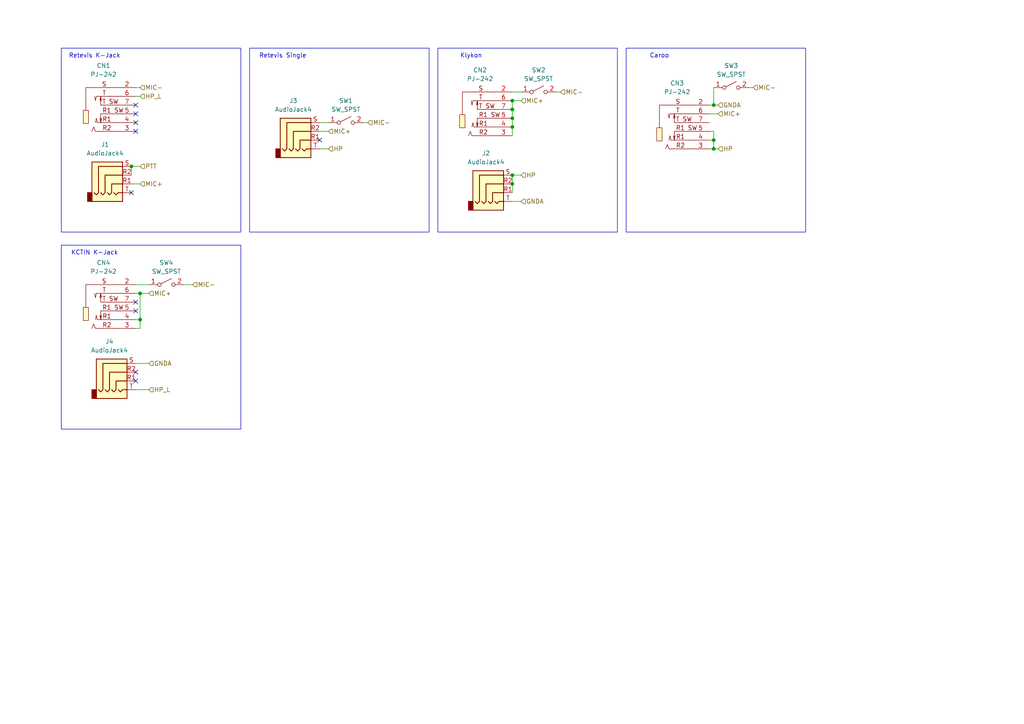
<source format=kicad_sch>
(kicad_sch (version 20250114) (generator "eeschema") (generator_version "9.0")
  (paper "A4")
  (lib_symbols
    (symbol "Connector_Audio:AudioJack4"
      (property "Reference" "J" (at 0 8.89 0))
      (property "Value" "AudioJack4" (at 0 6.35 0))
      (symbol "AudioJack4_0_1"
        (rectangle (start -6.35 -5.08) (end -7.62 -7.62) (stroke (width 0.254)) (fill (type outline)))
        (polyline (pts (xy -5.715 -5.08) (xy -5.08 -5.715) (xy -4.445 -5.08) (xy -4.445 2.54) (xy 2.54 2.54)) (stroke (width 0.254)))
        (polyline (pts (xy -1.905 -5.08) (xy -1.27 -5.715) (xy -0.635 -5.08) (xy -0.635 -2.54) (xy 2.54 -2.54)) (stroke (width 0.254)))
        (polyline (pts (xy 0 -5.08) (xy 0.635 -5.715) (xy 1.27 -5.08) (xy 2.54 -5.08)) (stroke (width 0.254)))
        (rectangle (start 2.54 3.81) (end -6.35 -7.62) (stroke (width 0.254)) (fill (type background)))
        (polyline (pts (xy 2.54 0) (xy -2.54 0) (xy -2.54 -5.08) (xy -3.175 -5.715) (xy -3.81 -5.08)) (stroke (width 0.254)))
      )
      (symbol "AudioJack4_1_1"
        (pin passive line (at 5.08 2.54 180) (length 2.54) (name "~") (number "S"))
        (pin passive line (at 5.08 0 180) (length 2.54) (name "~") (number "R2"))
        (pin passive line (at 5.08 -2.54 180) (length 2.54) (name "~") (number "R1"))
        (pin passive line (at 5.08 -5.08 180) (length 2.54) (name "~") (number "T"))
      )
    )
    (symbol "Switch:SW_SPST" (pin_names (offset 0) (hide yes))
      (property "Reference" "SW" (at 0 3.175 0))
      (property "Value" "SW_SPST" (at 0 -2.54 0))
      (symbol "SW_SPST_0_0"
        (circle (center -2.032 0) (radius 0.508))
        (polyline (pts (xy -1.524 0.254) (xy 1.524 1.778)))
        (circle (center 2.032 0) (radius 0.508))
      )
      (symbol "SW_SPST_1_1"
        (pin passive line (at -5.08 0 0) (length 2.54) (name "A") (number "1"))
        (pin passive line (at 5.08 0 180) (length 2.54) (name "B") (number "2"))
      )
    )
    (symbol "hactar_symbols:PJ-242"
      (property "Reference" "CN" (at 0 12.7 0))
      (property "Value" "PJ-242" (at 0 -10.16 0))
      (symbol "PJ-242_0_1"
        (rectangle (start -12.7 1.02) (end -11.18 -2.79) (fill (type background)))
        (polyline (pts (xy -7.62 5.08) (xy -7.37 3.81)))
        (polyline (pts (xy -7.62 0) (xy -2.54 0)))
        (polyline (pts (xy -7.62 0) (xy -7.62 -2.54) (xy -7.37 -1.27)))
        (polyline (pts (xy -7.62 -2.54) (xy -7.87 -1.27)))
        (polyline (pts (xy -2.54 7.62) (xy -11.94 7.62) (xy -11.94 1.02)))
        (polyline (pts (xy -2.54 5.08) (xy -8.89 5.08) (xy -9.14 3.81) (xy -9.4 5.08)))
        (polyline (pts (xy -2.54 2.54) (xy -7.62 2.54) (xy -7.62 5.08) (xy -7.87 3.81)))
        (polyline (pts (xy -2.54 -2.54) (xy -8.64 -2.54) (xy -8.89 -1.27) (xy -9.14 -2.54)))
        (polyline (pts (xy -2.54 -5.08) (xy -9.14 -5.08) (xy -9.65 -3.81) (xy -10.16 -5.08)))
      )
      (symbol "PJ-242_1_1"
        (text "S" (at -6.604 8.636 0) (effects (font (size 1.27 1.27))))
        (text "T" (at -6.604 6.096 0) (effects (font (size 1.27 1.27))))
        (text "R1" (at -5.842 -1.524 0) (effects (font (size 1.27 1.27))))
        (text "R2" (at -5.842 -4.064 0) (effects (font (size 1.27 1.27))))
        (text "T SW" (at -4.826 3.556 0) (effects (font (size 1.27 1.27))))
        (text "R1 SW" (at -4.064 1.016 0) (effects (font (size 1.27 1.27))))
        (pin passive line (at 2.54 7.62 180) (length 5.08) (name "") (number "2"))
        (pin passive line (at 2.54 5.08 180) (length 5.08) (name "") (number "6"))
        (pin passive line (at 2.54 2.54 180) (length 5.08) (name "") (number "7"))
        (pin passive line (at 2.54 0 180) (length 5.08) (name "") (number "5"))
        (pin passive line (at 2.54 -2.54 180) (length 5.08) (name "") (number "4"))
        (pin passive line (at 2.54 -5.08 180) (length 5.08) (name "") (number "3"))
      )
    )
  )
  (rectangle (start 181.61 13.97) (end 233.68 67.31))
  (rectangle (start 17.78 13.97) (end 69.85 67.31))
  (rectangle (start 17.78 71.12) (end 69.85 124.46))
  (rectangle (start 127 13.97) (end 179.07 67.31))
  (rectangle (start 72.39 13.97) (end 124.46 67.31))
  (text "Klykon" (at 136.652 16.256 0) (effects (font (size 1.27 1.27))))
  (text "Retevis K-Jack" (at 27.432 16.256 0) (effects (font (size 1.27 1.27))))
  (text "Retevis Single" (at 82.042 16.256 0) (effects (font (size 1.27 1.27))))
  (text "KCTIN K-Jack" (at 27.432 73.406 0) (effects (font (size 1.27 1.27))))
  (text "Caroo" (at 191.262 16.256 0) (effects (font (size 1.27 1.27))))
  (junction (at 148.59 31.75))
  (junction (at 207.01 43.18))
  (junction (at 148.59 29.21))
  (junction (at 148.59 50.8))
  (junction (at 40.64 85.09))
  (junction (at 207.01 30.48))
  (junction (at 148.59 34.29))
  (junction (at 40.64 92.71))
  (junction (at 148.59 53.34))
  (junction (at 38.1 48.26))
  (junction (at 207.01 40.64))
  (junction (at 148.59 36.83))
  (no_connect (at 39.37 87.63))
  (no_connect (at 39.37 38.1))
  (no_connect (at 38.1 55.88))
  (no_connect (at 39.37 107.95))
  (no_connect (at 39.37 30.48))
  (no_connect (at 39.37 33.02))
  (no_connect (at 39.37 110.49))
  (no_connect (at 92.71 40.64))
  (no_connect (at 39.37 35.56))
  (no_connect (at 39.37 90.17))
  (wire (pts (xy 40.64 92.71) (xy 40.64 95.25)))
  (wire (pts (xy 148.59 53.34) (xy 148.59 55.88)))
  (wire (pts (xy 148.59 29.21) (xy 148.59 31.75)))
  (wire (pts (xy 148.59 50.8) (xy 148.59 53.34)))
  (wire (pts (xy 43.18 85.09) (xy 40.64 85.09)))
  (wire (pts (xy 208.28 33.02) (xy 205.74 33.02)))
  (wire (pts (xy 39.37 105.41) (xy 43.18 105.41)))
  (wire (pts (xy 148.59 26.67) (xy 151.13 26.67)))
  (wire (pts (xy 151.13 50.8) (xy 148.59 50.8)))
  (wire (pts (xy 148.59 58.42) (xy 151.13 58.42)))
  (wire (pts (xy 207.01 30.48) (xy 208.28 30.48)))
  (wire (pts (xy 162.56 26.67) (xy 161.29 26.67)))
  (wire (pts (xy 40.64 27.94) (xy 39.37 27.94)))
  (wire (pts (xy 43.18 82.55) (xy 39.37 82.55)))
  (wire (pts (xy 208.28 43.18) (xy 207.01 43.18)))
  (wire (pts (xy 205.74 40.64) (xy 207.01 40.64)))
  (wire (pts (xy 40.64 85.09) (xy 39.37 85.09)))
  (wire (pts (xy 43.18 113.03) (xy 39.37 113.03)))
  (wire (pts (xy 40.64 25.4) (xy 39.37 25.4)))
  (wire (pts (xy 38.1 48.26) (xy 40.64 48.26)))
  (wire (pts (xy 38.1 48.26) (xy 38.1 50.8)))
  (wire (pts (xy 218.44 25.4) (xy 217.17 25.4)))
  (wire (pts (xy 207.01 38.1) (xy 207.01 40.64)))
  (wire (pts (xy 38.1 53.34) (xy 40.64 53.34)))
  (wire (pts (xy 106.68 35.56) (xy 105.41 35.56)))
  (wire (pts (xy 40.64 92.71) (xy 39.37 92.71)))
  (wire (pts (xy 55.88 82.55) (xy 53.34 82.55)))
  (wire (pts (xy 148.59 36.83) (xy 148.59 39.37)))
  (wire (pts (xy 148.59 31.75) (xy 148.59 34.29)))
  (wire (pts (xy 205.74 38.1) (xy 207.01 38.1)))
  (wire (pts (xy 92.71 43.18) (xy 95.25 43.18)))
  (wire (pts (xy 92.71 35.56) (xy 95.25 35.56)))
  (wire (pts (xy 39.37 95.25) (xy 40.64 95.25)))
  (wire (pts (xy 148.59 34.29) (xy 148.59 36.83)))
  (wire (pts (xy 207.01 40.64) (xy 207.01 43.18)))
  (wire (pts (xy 151.13 29.21) (xy 148.59 29.21)))
  (wire (pts (xy 207.01 25.4) (xy 207.01 30.48)))
  (wire (pts (xy 205.74 30.48) (xy 207.01 30.48)))
  (wire (pts (xy 92.71 38.1) (xy 95.25 38.1)))
  (wire (pts (xy 207.01 43.18) (xy 205.74 43.18)))
  (wire (pts (xy 40.64 85.09) (xy 40.64 92.71)))
  (hierarchical_label "MIC-" (shape input) (at 106.68 35.56 0))
  (hierarchical_label "MIC-" (shape input) (at 162.56 26.67 0))
  (hierarchical_label "HP_L" (shape input) (at 40.64 27.94 0))
  (hierarchical_label "MIC-" (shape input) (at 55.88 82.55 0))
  (hierarchical_label "MIC+" (shape input) (at 95.25 38.1 0))
  (hierarchical_label "MIC-" (shape input) (at 40.64 25.4 0))
  (hierarchical_label "HP" (shape input) (at 208.28 43.18 0))
  (hierarchical_label "MIC-" (shape input) (at 218.44 25.4 0))
  (hierarchical_label "GNDA" (shape input) (at 208.28 30.48 0))
  (hierarchical_label "MIC+" (shape input) (at 151.13 29.21 0))
  (hierarchical_label "MIC+" (shape input) (at 43.18 85.09 0))
  (hierarchical_label "MIC+" (shape input) (at 208.28 33.02 0))
  (hierarchical_label "MIC+" (shape input) (at 40.64 53.34 0))
  (hierarchical_label "GNDA" (shape input) (at 43.18 105.41 0))
  (hierarchical_label "HP" (shape input) (at 95.25 43.18 0))
  (hierarchical_label "GNDA" (shape input) (at 151.13 58.42 0))
  (hierarchical_label "PTT" (shape input) (at 40.64 48.26 0))
  (hierarchical_label "HP" (shape input) (at 151.13 50.8 0))
  (hierarchical_label "HP_L" (shape input) (at 43.18 113.03 0))
  (symbol (lib_id "hactar_symbols:PJ-242") (at 36.83 33.02 0) (unit 1)
    (property "Reference" "CN1" (at 30.0306 19.05 0))
    (property "Value" "PJ-242" (at 30.0306 21.59 0))
    (property "Footprint" "hactar_footprints:AUDIO-SMD_PJ-242" (effects (hide yes)))
    (property "Datasheet" "https://lcsc.com/product-detail/Audio-Video-Connectors_SHOU-HAN-PJ-242_C431536.html" (effects (hide yes)))
  )
  (symbol (lib_id "hactar_symbols:PJ-242") (at 36.83 90.17 0) (unit 1)
    (property "Reference" "CN4" (at 30.0306 76.2 0))
    (property "Value" "PJ-242" (at 30.0306 78.74 0))
    (property "Footprint" "hactar_footprints:AUDIO-SMD_PJ-242" (effects (hide yes)))
    (property "Datasheet" "https://lcsc.com/product-detail/Audio-Video-Connectors_SHOU-HAN-PJ-242_C431536.html" (effects (hide yes)))
  )
  (symbol (lib_id "Switch:SW_SPST") (at 212.09 25.4 0) (unit 1)
    (property "Reference" "SW3" (at 212.09 19.05 0))
    (property "Value" "SW_SPST" (at 212.09 21.59 0))
    (property "Description" "Single Pole Single Throw (SPST) switch" (effects (hide yes)))
  )
  (symbol (lib_id "hactar_symbols:PJ-242") (at 146.05 34.29 0) (unit 1)
    (property "Reference" "CN2" (at 139.2506 20.32 0))
    (property "Value" "PJ-242" (at 139.2506 22.86 0))
    (property "Footprint" "hactar_footprints:AUDIO-SMD_PJ-242" (effects (hide yes)))
    (property "Datasheet" "https://lcsc.com/product-detail/Audio-Video-Connectors_SHOU-HAN-PJ-242_C431536.html" (effects (hide yes)))
  )
  (symbol (lib_id "Connector_Audio:AudioJack4") (at 87.63 38.1 0) (unit 1)
    (property "Reference" "J3" (at 85.09 29.21 0))
    (property "Value" "AudioJack4" (at 85.09 31.75 0))
    (property "Description" "Audio Jack, 4 Poles (TRRS)" (effects (hide yes)))
  )
  (symbol (lib_id "Switch:SW_SPST") (at 48.26 82.55 0) (unit 1)
    (property "Reference" "SW4" (at 48.26 76.2 0))
    (property "Value" "SW_SPST" (at 48.26 78.74 0))
    (property "Description" "Single Pole Single Throw (SPST) switch" (effects (hide yes)))
  )
  (symbol (lib_id "Connector_Audio:AudioJack4") (at 33.02 50.8 0) (unit 1)
    (property "Reference" "J1" (at 30.48 41.91 0))
    (property "Value" "AudioJack4" (at 30.48 44.45 0))
    (property "Description" "Audio Jack, 4 Poles (TRRS)" (effects (hide yes)))
  )
  (symbol (lib_id "hactar_symbols:PJ-242") (at 203.2 38.1 0) (unit 1)
    (property "Reference" "CN3" (at 196.4006 24.13 0))
    (property "Value" "PJ-242" (at 196.4006 26.67 0))
    (property "Footprint" "hactar_footprints:AUDIO-SMD_PJ-242" (effects (hide yes)))
    (property "Datasheet" "https://lcsc.com/product-detail/Audio-Video-Connectors_SHOU-HAN-PJ-242_C431536.html" (effects (hide yes)))
  )
  (symbol (lib_id "Switch:SW_SPST") (at 100.33 35.56 0) (unit 1)
    (property "Reference" "SW1" (at 100.33 29.21 0))
    (property "Value" "SW_SPST" (at 100.33 31.75 0))
    (property "Description" "Single Pole Single Throw (SPST) switch" (effects (hide yes)))
  )
  (symbol (lib_id "Switch:SW_SPST") (at 156.21 26.67 0) (unit 1)
    (property "Reference" "SW2" (at 156.21 20.32 0))
    (property "Value" "SW_SPST" (at 156.21 22.86 0))
    (property "Description" "Single Pole Single Throw (SPST) switch" (effects (hide yes)))
  )
  (symbol (lib_id "Connector_Audio:AudioJack4") (at 143.51 53.34 0) (unit 1)
    (property "Reference" "J2" (at 140.97 44.45 0))
    (property "Value" "AudioJack4" (at 140.97 46.99 0))
    (property "Description" "Audio Jack, 4 Poles (TRRS)" (effects (hide yes)))
  )
  (symbol (lib_id "Connector_Audio:AudioJack4") (at 34.29 107.95 0) (unit 1)
    (property "Reference" "J4" (at 31.75 99.06 0))
    (property "Value" "AudioJack4" (at 31.75 101.6 0))
    (property "Description" "Audio Jack, 4 Poles (TRRS)" (effects (hide yes)))
  )
)
</source>
